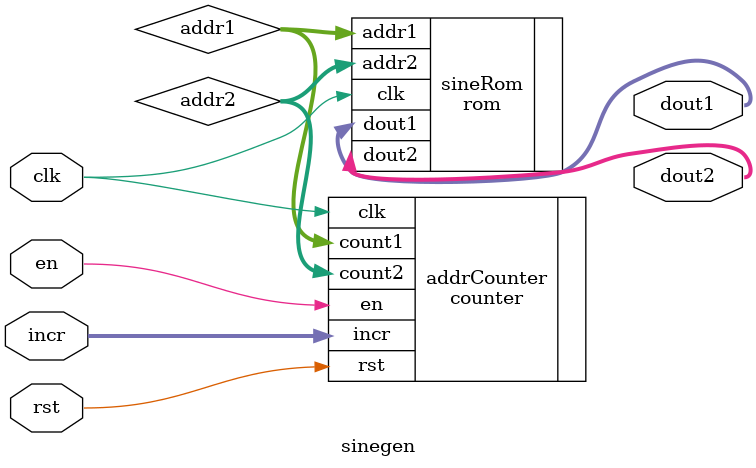
<source format=sv>
module sinegen #(
    parameter A_WIDTH = 8,
              D_WIDTH = 8
)(
    //interface signals
    input logic clk,
    input logic rst,
    input logic en,
    input logic [D_WIDTH-1:0] incr,
    output logic [D_WIDTH-1:0] dout1,
    output logic [D_WIDTH-1:0] dout2
);

    logic [A_WIDTH-1:0] count1;
    logic [A_WIDTH-1:0] count2;
    logic [A_WIDTH-1:0] addr1;
    logic [A_WIDTH-1:0] addr2;// = addr1 + 7'b1000000;

counter addrCounter (
    .clk (clk),
    .rst (rst),
    .en (en),
    .incr (incr),
    .count1 (addr1),
    .count2 (addr2)
);

rom sineRom (
    .clk (clk),
    .addr1 (addr1),
    .addr2 (addr2),
    .dout1 (dout1),
    .dout2 (dout2)
);
endmodule

</source>
